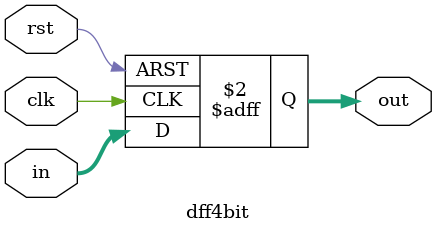
<source format=v>
module dff4bit(clk, rst, in, out);
input clk, rst;
input [3:0] in;
output reg [3:0] out;

always @(posedge rst, posedge clk)
begin
if(rst) out<=0;
else out<=in;
end

endmodule

</source>
